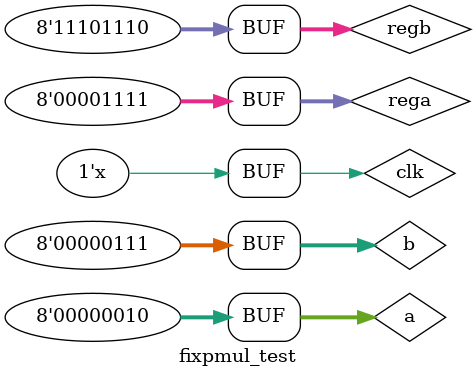
<source format=v>
`timescale 1ns / 1ps


module fixpmul_test();

reg clk = 0;
always @(*) #10 clk <= ~clk; 

reg [7:0]a = 8'b0000_0010;
reg [7:0]b = 8'b0000_0111;
wire [7:0]o;

reg [7:0]rega = 8'b0000_0010;
reg [7:0]regb = 8'b0000_0111;
reg [7:0]rego;

fixpmul #(.IW(8), .FW(0)) multest
(
    .a(rega),
    .b(regb),
    .o(o)
);

always @ (posedge clk) begin
    // a <= rega;
    // b <= regb;
    // #1
    rego <= o;
end

initial begin
    #105
    rega = 8'b0000_1111;
    #100
    regb = 8'b1110_1110;
end

endmodule

</source>
